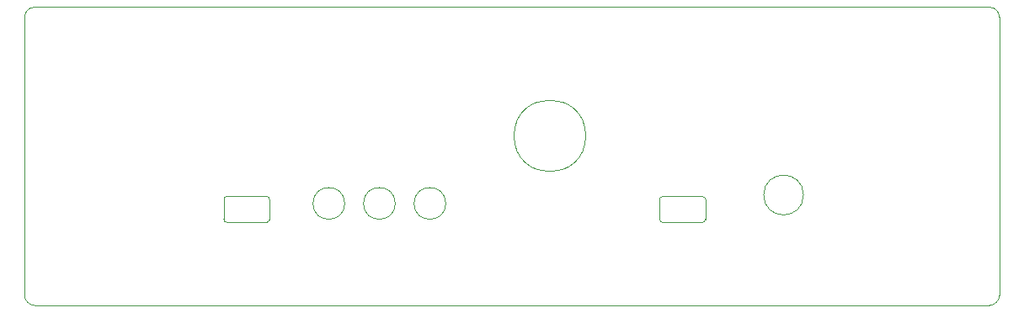
<source format=gbr>
%TF.GenerationSoftware,KiCad,Pcbnew,(6.0.11)*%
%TF.CreationDate,2023-08-23T19:50:25-07:00*%
%TF.ProjectId,miditwiddle-front,6d696469-7477-4696-9464-6c652d66726f,rev?*%
%TF.SameCoordinates,PX9157080PY68799b0*%
%TF.FileFunction,Profile,NP*%
%FSLAX46Y46*%
G04 Gerber Fmt 4.6, Leading zero omitted, Abs format (unit mm)*
G04 Created by KiCad (PCBNEW (6.0.11)) date 2023-08-23 19:50:25*
%MOMM*%
%LPD*%
G01*
G04 APERTURE LIST*
%TA.AperFunction,Profile*%
%ADD10C,0.050000*%
%TD*%
G04 APERTURE END LIST*
D10*
X-24370000Y1600000D02*
X-24370000Y3600000D01*
X-28970000Y3600000D02*
X-28970000Y1600000D01*
X-24670000Y3900000D02*
X-28670000Y3900000D01*
X-28670000Y1300000D02*
X-24670000Y1300000D01*
X-28670000Y3900000D02*
G75*
G03*
X-28970000Y3600000I0J-300000D01*
G01*
X-24370000Y3600000D02*
G75*
G03*
X-24670000Y3900000I-300000J0D01*
G01*
X-24670000Y1300000D02*
G75*
G03*
X-24370000Y1600000I0J300000D01*
G01*
X-28970000Y1600000D02*
G75*
G03*
X-28670000Y1300000I300000J0D01*
G01*
X15145000Y3900000D02*
G75*
G03*
X14845000Y3600000I0J-300000D01*
G01*
X19445000Y3600000D02*
G75*
G03*
X19145000Y3900000I-300000J0D01*
G01*
X19145000Y1300000D02*
G75*
G03*
X19445000Y1600000I0J300000D01*
G01*
X14845000Y1600000D02*
G75*
G03*
X15145000Y1300000I300000J0D01*
G01*
X19445000Y1600000D02*
X19445000Y3600000D01*
X14845000Y3600000D02*
X14845000Y1600000D01*
X19145000Y3900000D02*
X15145000Y3900000D01*
X15145000Y1300000D02*
X19145000Y1300000D01*
X-16815000Y3200000D02*
G75*
G03*
X-16815000Y3200000I-1600000J0D01*
G01*
X-11735000Y3200000D02*
G75*
G03*
X-11735000Y3200000I-1600000J0D01*
G01*
X-6655000Y3200000D02*
G75*
G03*
X-6655000Y3200000I-1600000J0D01*
G01*
X29305000Y4050000D02*
G75*
G03*
X29305000Y4050000I-2000000J0D01*
G01*
X7410000Y10000000D02*
G75*
G03*
X7410000Y10000000I-3600000J0D01*
G01*
X-48000000Y22950000D02*
G75*
G03*
X-49000000Y21950000I0J-1000000D01*
G01*
X49000000Y21950000D02*
G75*
G03*
X48000000Y22950000I-1000000J0D01*
G01*
X48000000Y-7050000D02*
G75*
G03*
X49000000Y-6050000I0J1000000D01*
G01*
X-49000000Y-6050000D02*
G75*
G03*
X-48000000Y-7050000I1000000J0D01*
G01*
X49000000Y21950000D02*
X49000000Y-6050000D01*
X-48000000Y22950000D02*
X48000000Y22950000D01*
X-49000000Y-6050000D02*
X-49000000Y21950000D01*
X48000000Y-7050000D02*
X-48000000Y-7050000D01*
M02*

</source>
